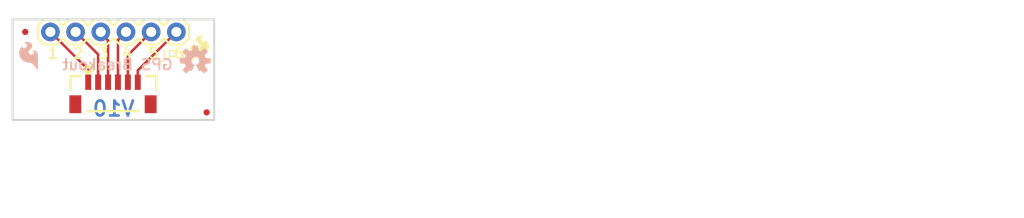
<source format=kicad_pcb>
(kicad_pcb (version 20211014) (generator pcbnew)
  (layers (0 "F.Cu" signal) (1 "In1.Cu" signal) (2 "In2.Cu" signal) (31 "B.Cu" signal) (34 "B.Paste" user) (35 "F.Paste" user) (36 "B.SilkS" user "B.Silkscreen") (37 "F.SilkS" user "F.Silkscreen") (38 "B.Mask" user) (39 "F.Mask" user) (44 "Edge.Cuts" user))
  (net 0 "")
  (net 1 "GND")
  (net 2 "N$1")
  (net 3 "N$2")
  (net 4 "N$3")
  (net 5 "N$4")
  (net 6 "N$5")
  (footprint "boardEagle:1X06" (layer "F.Cu") (at 154.8511 101.1936 180)
    (fp_text reference "JP1" (at -1.3462 -1.8288 180) (layer "F.SilkS") (effects (font (size 1.143 1.143) (thickness 0.127)) (justify right top)))
    (fp_text value "")
    (fp_line (start 0.635 -1.27) (end 1.27 -0.635) (layer "F.SilkS") (width 0.2032))
    (fp_line (start -0.635 -1.27) (end -1.27 -0.635) (layer "F.SilkS") (width 0.2032))
    (fp_line (start 12.065 1.27) (end 11.43 0.635) (layer "F.SilkS") (width 0.2032))
    (fp_line (start 1.27 -0.635) (end 1.905 -1.27) (layer "F.SilkS") (width 0.2032))
    (fp_line (start 9.525 1.27) (end 8.89 0.635) (layer "F.SilkS") (width 0.2032))
    (fp_line (start 3.175 1.27) (end 1.905 1.27) (layer "F.SilkS") (width 0.2032))
    (fp_line (start 3.81 0.635) (end 3.175 1.27) (layer "F.SilkS") (width 0.2032))
    (fp_line (start 4.445 -1.27) (end 5.715 -1.27) (layer "F.SilkS") (width 0.2032))
    (fp_line (start 0.635 1.27) (end -0.635 1.27) (layer "F.SilkS") (width 0.2032))
    (fp_line (start 1.905 1.27) (end 1.27 0.635) (layer "F.SilkS") (width 0.2032))
    (fp_line (start 11.43 0.635) (end 10.795 1.27) (layer "F.SilkS") (width 0.2032))
    (fp_line (start 13.335 1.27) (end 12.065 1.27) (layer "F.SilkS") (width 0.2032))
    (fp_line (start 11.43 -0.635) (end 12.065 -1.27) (layer "F.SilkS") (width 0.2032))
    (fp_line (start 6.985 -1.27) (end 8.255 -1.27) (layer "F.SilkS") (width 0.2032))
    (fp_line (start 3.81 -0.635) (end 4.445 -1.27) (layer "F.SilkS") (width 0.2032))
    (fp_line (start 10.795 -1.27) (end 11.43 -0.635) (layer "F.SilkS") (width 0.2032))
    (fp_line (start 6.35 0.635) (end 5.715 1.27) (layer "F.SilkS") (width 0.2032))
    (fp_line (start 9.525 -1.27) (end 10.795 -1.27) (layer "F.SilkS") (width 0.2032))
    (fp_line (start 12.065 -1.27) (end 13.335 -1.27) (layer "F.SilkS") (width 0.2032))
    (fp_line (start 1.27 0.635) (end 0.635 1.27) (layer "F.SilkS") (width 0.2032))
    (fp_line (start -1.27 -0.635) (end -1.27 0.635) (layer "F.SilkS") (width 0.2032))
    (fp_line (start -0.635 -1.27) (end 0.635 -1.27) (layer "F.SilkS") (width 0.2032))
    (fp_line (start 13.97 0.635) (end 13.335 1.27) (layer "F.SilkS") (width 0.2032))
    (fp_line (start 5.715 -1.27) (end 6.35 -0.635) (layer "F.SilkS") (width 0.2032))
    (fp_line (start 8.255 1.27) (end 6.985 1.27) (layer "F.SilkS") (width 0.2032))
    (fp_line (start 6.35 0.635) (end 6.985 1.27) (layer "F.SilkS") (width 0.2032))
    (fp_line (start 10.795 1.27) (end 9.525 1.27) (layer "F.SilkS") (width 0.2032))
    (fp_line (start 13.97 -0.635) (end 13.97 0.635) (layer "F.SilkS") (width 0.2032))
    (fp_line (start -1.27 0.635) (end -0.635 1.27) (layer "F.SilkS") (width 0.2032))
    (fp_line (start 8.89 0.635) (end 8.255 1.27) (layer "F.SilkS") (width 0.2032))
    (fp_line (start 6.985 -1.27) (end 6.35 -0.635) (layer "F.SilkS") (width 0.2032))
    (fp_line (start 13.335 -1.27) (end 13.97 -0.635) (layer "F.SilkS") (width 0.2032))
    (fp_line (start 8.89 -0.635) (end 9.525 -1.27) (layer "F.SilkS") (width 0.2032))
    (fp_line (start 4.445 1.27) (end 3.81 0.635) (layer "F.SilkS") (width 0.2032))
    (fp_line (start 1.905 -1.27) (end 3.175 -1.27) (layer "F.SilkS") (width 0.2032))
    (fp_line (start 5.715 1.27) (end 4.445 1.27) (layer "F.SilkS") (width 0.2032))
    (fp_line (start 3.175 -1.27) (end 3.81 -0.635) (layer "F.SilkS") (width 0.2032))
    (fp_line (start 8.255 -1.27) (end 8.89 -0.635) (layer "F.SilkS") (width 0.2032))
    (pad "1" thru_hole circle (at 0 0 270) (size 1.8796 1.8796) (drill 1.016) (layers *.Cu *.Mask) (net 1 "GND"))
    (pad "2" thru_hole circle (at 2.54 0 270) (size 1.8796 1.8796) (drill 1.016) (layers *.Cu *.Mask) (net 2 "N$1"))
    (pad "3" thru_hole circle (at 5.08 0 270) (size 1.8796 1.8796) (drill 1.016) (layers *.Cu *.Mask) (net 3 "N$2"))
    (pad "4" thru_hole circle (at 7.62 0 270) (size 1.8796 1.8796) (drill 1.016) (layers *.Cu *.Mask) (net 4 "N$3"))
    (pad "5" thru_hole circle (at 10.16 0 270) (size 1.8796 1.8796) (drill 1.016) (layers *.Cu *.Mask) (net 5 "N$4"))
    (pad "6" thru_hole circle (at 12.7 0 270) (size 1.8796 1.8796) (drill 1.016) (layers *.Cu *.Mask) (net 6 "N$5"))
  )
  (footprint "boardEagle:STAND-OFF" (layer "F.Cu") (at 140.8811 107.5436)
    (fp_text reference "JP4" hide)
    (fp_text value "STAND-OFF" hide)
    (pad "" np_thru_hole circle (at 0 0) (size 3.302 3.302) (drill 3.302) (layers *.Cu *.Mask))
  )
  (footprint "boardEagle:MICRO-FIDUCIAL" (layer "F.Cu") (at 139.6111 101.1936)
    (fp_text reference "FID2" hide)
    (fp_text value "FIDUCIALUFIDUCIAL" hide)
    (pad "1" smd roundrect (at 0 0) (size 0.635 0.635) (layers "F.Cu" "F.Mask") (roundrect_rratio 0.5))
  )
  (footprint "boardEagle:MICRO-FIDUCIAL" (layer "F.Cu") (at 157.8991 109.3216)
    (fp_text reference "FID1" hide)
    (fp_text value "FIDUCIALUFIDUCIAL" hide)
    (pad "1" smd roundrect (at 0 0) (size 0.635 0.635) (layers "F.Cu" "F.Mask") (roundrect_rratio 0.5))
  )
  (footprint "boardEagle:JST-6-SMD-VERT-1.0MM" (layer "F.Cu") (at 148.5011 107.5436)
    (fp_text reference "U1" (at -1.27 -2.54) (layer "F.SilkS") (effects (font (size 0.373888 0.373888) (thickness 0.032512)) (justify left bottom)))
    (fp_text value "JST_VERTICAL")
    (fp_line (start 3.302 -1.905) (end 4.318 -1.905) (layer "F.SilkS") (width 0.254))
    (fp_line (start -4.318 -0.508) (end -4.318 -1.905) (layer "F.SilkS") (width 0.254))
    (fp_line (start -2.54 1.651) (end 2.54 1.651) (layer "F.SilkS") (width 0.254))
    (fp_line (start 4.318 -1.905) (end 4.318 -0.508) (layer "F.SilkS") (width 0.254))
    (fp_line (start -4.318 -1.905) (end -3.302 -1.905) (layer "F.SilkS") (width 0.254))
    (fp_circle (center -2.54 -2.54) (end -2.4353 -2.54) (layer "F.SilkS") (width 0.4064) (fill none))
    (pad "1" smd rect (at -2.54 -1.27) (size 0.6 1.55) (layers "F.Cu" "F.Paste" "F.Mask") (net 6 "N$5"))
    (pad "2" smd rect (at -1.54 -1.27) (size 0.6 1.55) (layers "F.Cu" "F.Paste" "F.Mask") (net 5 "N$4"))
    (pad "3" smd rect (at -0.54 -1.27) (size 0.6 1.55) (layers "F.Cu" "F.Paste" "F.Mask") (net 4 "N$3"))
    (pad "4" smd rect (at 0.46 -1.27) (size 0.6 1.55) (layers "F.Cu" "F.Paste" "F.Mask") (net 3 "N$2"))
    (pad "5" smd rect (at 1.46 -1.27) (size 0.6 1.55) (layers "F.Cu" "F.Paste" "F.Mask") (net 2 "N$1"))
    (pad "6" smd rect (at 2.46 -1.27) (size 0.6 1.55) (layers "F.Cu" "F.Paste" "F.Mask") (net 1 "GND"))
    (pad "P$1" smd rect (at -3.84 0.955) (size 1.2 1.8) (layers "F.Cu" "F.Paste" "F.Mask"))
    (pad "P$2" smd rect (at 3.76 0.955) (size 1.2 1.8) (layers "F.Cu" "F.Paste" "F.Mask"))
  )
  (footprint "boardEagle:CREATIVE_COMMONS" (layer "F.Cu") (at 157.3911 118.9736)
    (fp_text reference "FRAME2" hide)
    (fp_text value "FRAME-LETTER" hide)
  )
  (footprint "boardEagle:STAND-OFF" (layer "F.Cu") (at 156.1211 107.5436)
    (fp_text reference "JP6" hide)
    (fp_text value "STAND-OFF" hide)
    (pad "" np_thru_hole circle (at 0 0) (size 3.302 3.302) (drill 3.302) (layers *.Cu *.Mask))
  )
  (footprint "boardEagle:SFE-LOGO-FLAME" (layer "F.Cu") (at 156.2481 104.3686)
    (fp_text reference "JP2" hide)
    (fp_text value "LOGO-SFESK" hide)
    (fp_poly (pts (xy 1.126002 -2.808203) (xy 1.215449 -2.785829) (xy 1.228477 -2.780783) (xy 1.240149 -2.774875) (xy 1.25686 -2.766576) (xy 1.275552 -2.759834) (xy 1.371694 -2.7026) (xy 1.3793 -2.7026) (xy 1.3793 -2.6772) (xy 1.306833 -2.6772) (xy 1.208418 -2.657914) (xy 1.074855 -2.495286) (xy 1.079365 -2.436825) (xy 1.12809 -2.341869) (xy 1.204666 -2.265196) (xy 1.294069 -2.200638) (xy 1.369348 -2.168824) (xy 1.450737 -2.171632) (xy 1.458864 -2.174186) (xy 1.466257 -2.177389) (xy 1.530514 -2.236956) (xy 1.5368 -2.259812) (xy 1.5368 -2.377938) (xy 1.763707 -2.148127) (xy 1.868186 -1.856841) (xy 1.871603 -1.856894) (xy 1.87806 -1.650435) (xy 1.848857 -1.45742) (xy 1.785308 -1.272842) (xy 1.6663 -1.061578) (xy 1.6663 -1.080581) (xy 1.378131 -0.80901) (xy 0.982239 -0.6985) (xy 0.753005 -0.6985) (xy 0.716201 -0.692046) (xy 0.681776 -0.679592) (xy 0.496322 -0.541784) (xy -0.0126 0.03091) (xy -0.0126 -1.52077) (xy 0.060004 -1.761967) (xy 0.168295 -1.865489) (xy 0.307122 -1.917522) (xy 0.4039 -1.925089) (xy 0.499384 -1.917623) (xy 0.55991 -1.908099) (xy 0.557788 -1.884433) (xy 0.522216 -1.885242) (xy 0.501784 -1.876141) (xy 0.420519 -1.817154) (xy 0.400722 -1.79067) (xy 0.390395 -1.7285) (xy 0.400905 -1.665229) (xy 0.421405 -1.625174) (xy 0.452343 -1.592685) (xy 0.546535 -1.54355) (xy 0.652229 -1.531742) (xy 0.742768 -1.550084) (xy 0.82422 -1.589656) (xy 0.92203 -1.754659) (xy 0.907706 -1.848844) (xy 0.850914 -1.930401) (xy 0.584707 -2.263237) (xy 0.561667 -2.510855) (xy 0.627495 -2.621556) (xy 0.629042 -2.623103) (xy 0.778901 -2.74712) (xy 1.032676 -2.817064)) (layer "F.SilkS") (width 0) (fill solid))
  )
  (footprint "boardEagle:OSHW-LOGO-S" (layer "B.Cu") (at 156.7561 104.1146 180)
    (fp_text reference "LOGO1" hide)
    (fp_text value "OSHW-LOGOS" hide)
    (fp_poly (pts (xy 0.301647 1.061351) (xy 0.42347 1.022344) (xy 0.537177 0.963769) (xy 0.92862 1.282946) (xy 1.282946 0.92862) (xy 0.961035 0.533823) (xy 1.057046 0.302084) (xy 1.5638 0.250561) (xy 1.5638 -0.250561) (xy 1.057046 -0.302084) (xy 0.961035 -0.533823) (xy 1.282946 -0.92862) (xy 0.92862 -1.282946) (xy 0.537177 -0.96377) (xy 0.356601 -1.056794) (xy 0.088679 -0.410073) (xy 0.326262 -0.2176) (xy 0.373649 -0.121468) (xy 0.392729 -0.010339) (xy 0.379464 0.101634) (xy 0.334947 0.205229) (xy 0.262842 0.291918) (xy 0.169087 0.354561) (xy 0.061406 0.387999) (xy -0.051342 0.38948) (xy -0.159868 0.358881) (xy -0.255234 0.298724) (xy -0.329589 0.213962) (xy -0.376813 0.111569) (xy -0.392176 0.005767) (xy -0.322923 -0.222565) (xy -0.249312 -0.303773) (xy 0.091677 -0.5081) (xy -0.12929 -0.5081) (xy -0.355332 -1.053732) (xy -0.506597 -0.983577) (xy -0.538922 -0.965192) (xy -0.92862 -1.282946) (xy -1.282946 -0.92862) (xy -0.961035 -0.533823) (xy -1.057046 -0.302084) (xy -1.5638 -0.250561) (xy -1.5638 0.250561) (xy -1.057046 0.302084) (xy -0.961035 0.533823) (xy -1.282946 0.92862) (xy -0.92862 1.282946) (xy -0.533823 0.961035) (xy -0.302084 1.057046) (xy -0.250561 1.5638) (xy 0.250561 1.5638)) (layer "B.SilkS") (width 0) (fill solid))
  )
  (footprint "boardEagle:SFE-LOGO-FLAME" (layer "B.Cu") (at 140.8811 105.0036 180)
    (fp_text reference "JP7" hide)
    (fp_text value "LOGO-SFESK" hide)
    (fp_poly (pts (xy 1.126002 2.808203) (xy 1.215449 2.785829) (xy 1.228477 2.780783) (xy 1.240149 2.774875) (xy 1.25686 2.766576) (xy 1.275552 2.759834) (xy 1.371694 2.7026) (xy 1.3793 2.7026) (xy 1.3793 2.6772) (xy 1.306833 2.6772) (xy 1.208418 2.657914) (xy 1.074855 2.495286) (xy 1.079365 2.436825) (xy 1.12809 2.341869) (xy 1.204666 2.265196) (xy 1.294069 2.200638) (xy 1.369348 2.168824) (xy 1.450737 2.171632) (xy 1.458864 2.174186) (xy 1.466257 2.177389) (xy 1.530514 2.236956) (xy 1.5368 2.259812) (xy 1.5368 2.377938) (xy 1.763707 2.148127) (xy 1.868186 1.856841) (xy 1.871603 1.856894) (xy 1.87806 1.650435) (xy 1.848857 1.45742) (xy 1.785308 1.272842) (xy 1.6663 1.061578) (xy 1.6663 1.080581) (xy 1.378131 0.80901) (xy 0.982239 0.6985) (xy 0.753005 0.6985) (xy 0.716201 0.692046) (xy 0.681776 0.679592) (xy 0.496322 0.541784) (xy -0.0126 -0.03091) (xy -0.0126 1.52077) (xy 0.060004 1.761967) (xy 0.168295 1.865489) (xy 0.307122 1.917522) (xy 0.4039 1.925089) (xy 0.499384 1.917623) (xy 0.55991 1.908099) (xy 0.557788 1.884433) (xy 0.522216 1.885242) (xy 0.501784 1.876141) (xy 0.420519 1.817154) (xy 0.400722 1.79067) (xy 0.390395 1.7285) (xy 0.400905 1.665229) (xy 0.421405 1.625174) (xy 0.452343 1.592685) (xy 0.546535 1.54355) (xy 0.652229 1.531742) (xy 0.742768 1.550084) (xy 0.82422 1.589656) (xy 0.92203 1.754659) (xy 0.907706 1.848844) (xy 0.850914 1.930401) (xy 0.584707 2.263237) (xy 0.561667 2.510855) (xy 0.627495 2.621556) (xy 0.629042 2.623103) (xy 0.778901 2.74712) (xy 1.032676 2.817064)) (layer "B.SilkS") (width 0) (fill solid))
  )
  (gr_line (start 138.3411 99.9236) (end 158.6611 99.9236) (layer "Edge.Cuts") (width 0.2032))
  (gr_line (start 138.3411 110.0836) (end 138.3411 99.9236) (layer "Edge.Cuts") (width 0.2032))
  (gr_line (start 158.6611 99.9236) (end 158.6611 110.0836) (layer "Edge.Cuts") (width 0.2032))
  (gr_line (start 158.6611 110.0836) (end 138.3411 110.0836) (layer "Edge.Cuts") (width 0.2032))
  (gr_text "V10" (at 150.7871 109.8296) (layer "B.Cu") (effects (font (size 1.5113 1.5113) (thickness 0.2667)) (justify left bottom mirror)))
  (gr_text "GPS Breakout" (at 154.5971 105.1306) (layer "B.SilkS") (effects (font (size 1.0795 1.0795) (thickness 0.1905)) (justify left bottom mirror)))
  (gr_text "1" (at 141.7701 103.9876) (layer "F.SilkS") (effects (font (size 1.0795 1.0795) (thickness 0.1905)) (justify left bottom)))
  (gr_text "2" (at 144.3101 103.9876) (layer "F.SilkS") (effects (font (size 1.0795 1.0795) (thickness 0.1905)) (justify left bottom)))
  (gr_text "3" (at 146.8501 103.9876) (layer "F.SilkS") (effects (font (size 1.0795 1.0795) (thickness 0.1905)) (justify left bottom)))
  (gr_text "4" (at 149.2631 103.9876) (layer "F.SilkS") (effects (font (size 1.0795 1.0795) (thickness 0.1905)) (justify left bottom)))
  (gr_text "6" (at 154.4701 103.9876) (layer "F.SilkS") (effects (font (size 1.0795 1.0795) (thickness 0.1905)) (justify left bottom)))
  (gr_text "5" (at 151.9301 103.9876) (layer "F.SilkS") (effects (font (size 1.0795 1.0795) (thickness 0.1905)) (justify left bottom)))
  (segment (start 150.9611 105.0836) (end 154.8511 101.1936) (width 0.254) (layer "F.Cu") (net 1))
  (segment (start 150.9611 106.2736) (end 150.9611 105.0836) (width 0.254) (layer "F.Cu") (net 1))
  (segment (start 149.9611 103.5436) (end 152.3111 101.1936) (width 0.254) (layer "F.Cu") (net 2))
  (segment (start 149.9611 106.2736) (end 149.9611 103.5436) (width 0.254) (layer "F.Cu") (net 2))
  (segment (start 148.9611 102.0036) (end 149.7711 101.1936) (width 0.254) (layer "F.Cu") (net 3))
  (segment (start 148.9611 106.2736) (end 148.9611 102.0036) (width 0.254) (layer "F.Cu") (net 3))
  (segment (start 147.2311 101.3206) (end 147.2311 101.1936) (width 0.254) (layer "F.Cu") (net 4))
  (segment (start 147.9611 106.2736) (end 147.9611 102.0506) (width 0.254) (layer "F.Cu") (net 4))
  (segment (start 147.9611 102.0506) (end 147.2311 101.3206) (width 0.254) (layer "F.Cu") (net 4))
  (segment (start 146.9611 103.4636) (end 144.6911 101.1936) (width 0.254) (layer "F.Cu") (net 5))
  (segment (start 146.9611 106.2736) (end 146.9611 103.4636) (width 0.254) (layer "F.Cu") (net 5))
  (segment (start 145.9611 105.0036) (end 142.1511 101.1936) (width 0.254) (layer "F.Cu") (net 6))
  (segment (start 145.9611 106.2736) (end 145.9611 105.0036) (width 0.254) (layer "F.Cu") (net 6))
)
</source>
